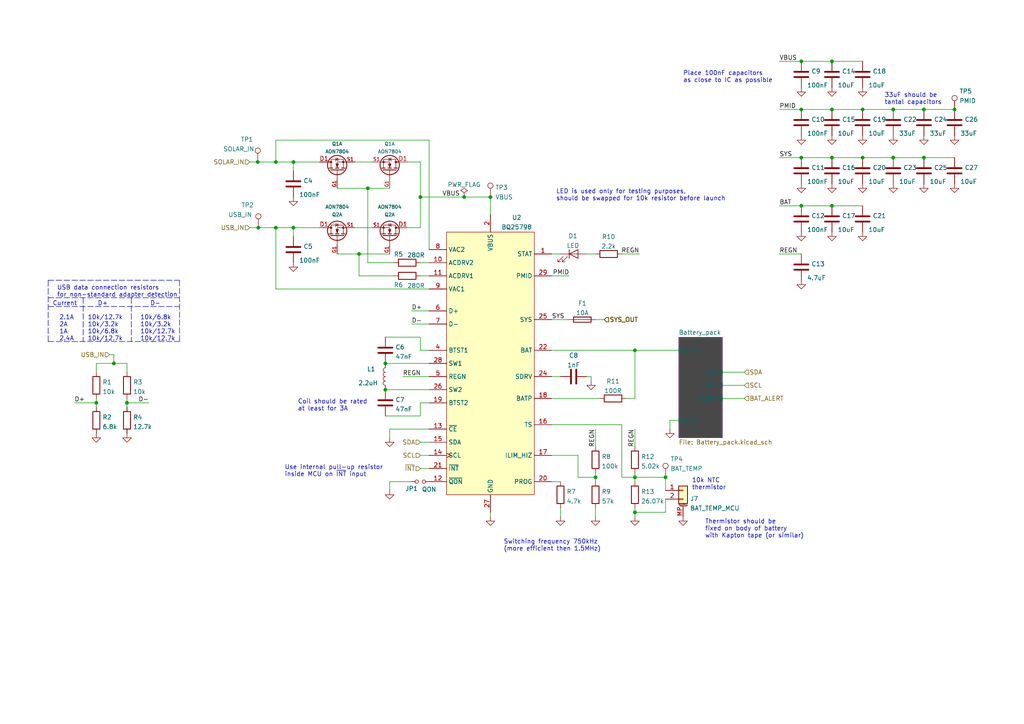
<source format=kicad_sch>
(kicad_sch (version 20210621) (generator eeschema)
  (paper "A4")
  (title_block (title "BUTCube - EPS") (date "2021-06-01") (rev "v1.0") (company "VUT - FIT(STRaDe) & FME(IAE & IPE)") (comment 1 "Author: Petr Malaník"))
  (lib_symbols
    (symbol "Connector:TestPoint" (pin_numbers hide) (pin_names (offset 0.762) hide)
      (property "Reference" "TP" (at 0 6.858 0))
      (property "Value" "TestPoint" (at 0 5.08 0))
      (symbol "TestPoint_0_1"
        (circle (center 0 3.302) (radius 0.762))
      )
      (symbol "TestPoint_1_1"
        (pin passive line (at 0 0 90) (length 2.54) (name "1") (number "1"))
      )
    )
    (symbol "Connector_Generic_MountingPin:Conn_01x02_MountingPin" (pin_names (offset 1.016) hide)
      (property "Reference" "J" (at 0 2.54 0))
      (property "Value" "Conn_01x02_MountingPin" (at 1.27 -5.08 0))
      (symbol "Conn_01x02_MountingPin_1_1"
        (text "Mounting" (at 0 -4.191 0) (effects (font (size 0.381 0.381))))
        (rectangle (start -1.27 -2.413) (end 0 -2.667) (stroke (width 0.1524)))
        (rectangle (start -1.27 0.127) (end 0 -0.127) (stroke (width 0.1524)))
        (rectangle (start -1.27 1.27) (end 1.27 -3.81) (stroke (width 0.254)) (fill (type background)))
        (polyline (pts (xy -1.016 -4.572) (xy 1.016 -4.572)) (stroke (width 0.1524)))
        (pin passive line (at -5.08 0 0) (length 3.81) (name "Pin_1") (number "1"))
        (pin passive line (at -5.08 -2.54 0) (length 3.81) (name "Pin_2") (number "2"))
        (pin passive line (at 0 -7.62 90) (length 3.048) (name "MountPin") (number "MP"))
      )
    )
    (symbol "Device:C" (pin_numbers hide) (pin_names (offset 0.254))
      (property "Reference" "C" (at 0.635 2.54 0))
      (property "Value" "C" (at 0.635 -2.54 0))
      (symbol "C_0_1"
        (polyline (pts (xy -2.032 -0.762) (xy 2.032 -0.762)) (stroke (width 0.508)))
        (polyline (pts (xy -2.032 0.762) (xy 2.032 0.762)) (stroke (width 0.508)))
      )
      (symbol "C_1_1"
        (pin passive line (at 0 3.81 270) (length 2.794) (name "~") (number "1"))
        (pin passive line (at 0 -3.81 90) (length 2.794) (name "~") (number "2"))
      )
    )
    (symbol "Device:Fuse" (pin_numbers hide) (pin_names (offset 0))
      (property "Reference" "F" (at 2.032 0 90))
      (property "Value" "Fuse" (at -1.905 0 90))
      (symbol "Fuse_0_1"
        (rectangle (start -0.762 -2.54) (end 0.762 2.54) (stroke (width 0.254)))
        (polyline (pts (xy 0 2.54) (xy 0 -2.54)))
      )
      (symbol "Fuse_1_1"
        (pin passive line (at 0 3.81 270) (length 1.27) (name "~") (number "1"))
        (pin passive line (at 0 -3.81 90) (length 1.27) (name "~") (number "2"))
      )
    )
    (symbol "Device:Jumper_NO_Small" (pin_numbers hide) (pin_names (offset 0.762) hide)
      (property "Reference" "JP" (at 0 2.032 0))
      (property "Value" "Jumper_NO_Small" (at 0.254 -1.524 0))
      (symbol "Jumper_NO_Small_0_1"
        (circle (center -1.016 0) (radius 0.508))
        (circle (center 1.016 0) (radius 0.508))
        (pin passive line (at -2.54 0 0) (length 1.016) (name "1") (number "1"))
        (pin passive line (at 2.54 0 180) (length 1.016) (name "2") (number "2"))
      )
    )
    (symbol "Device:L" (pin_numbers hide) (pin_names (offset 1.016) hide)
      (property "Reference" "L" (at -1.27 0 90))
      (property "Value" "L" (at 1.905 0 90))
      (symbol "L_0_1"
        (arc (start 0 -2.54) (end 0 -1.27) (radius (at 0 -1.905) (length 0.635) (angles -89.9 89.9)))
        (arc (start 0 -1.27) (end 0 0) (radius (at 0 -0.635) (length 0.635) (angles -89.9 89.9)))
        (arc (start 0 0) (end 0 1.27) (radius (at 0 0.635) (length 0.635) (angles -89.9 89.9)))
        (arc (start 0 1.27) (end 0 2.54) (radius (at 0 1.905) (length 0.635) (angles -89.9 89.9)))
      )
      (symbol "L_1_1"
        (pin passive line (at 0 3.81 270) (length 1.27) (name "1") (number "1"))
        (pin passive line (at 0 -3.81 90) (length 1.27) (name "2") (number "2"))
      )
    )
    (symbol "Device:LED" (pin_numbers hide) (pin_names (offset 1.016) hide)
      (property "Reference" "D" (at 0 2.54 0))
      (property "Value" "LED" (at 0 -2.54 0))
      (symbol "LED_0_1"
        (polyline (pts (xy -1.27 -1.27) (xy -1.27 1.27)) (stroke (width 0.2032)))
        (polyline (pts (xy -1.27 0) (xy 1.27 0)))
        (polyline (pts (xy 1.27 -1.27) (xy 1.27 1.27) (xy -1.27 0) (xy 1.27 -1.27)) (stroke (width 0.2032)))
        (polyline (pts (xy -3.048 -0.762) (xy -4.572 -2.286) (xy -3.81 -2.286) (xy -4.572 -2.286) (xy -4.572 -1.524)))
        (polyline (pts (xy -1.778 -0.762) (xy -3.302 -2.286) (xy -2.54 -2.286) (xy -3.302 -2.286) (xy -3.302 -1.524)))
      )
      (symbol "LED_1_1"
        (pin passive line (at -3.81 0 0) (length 2.54) (name "K") (number "1"))
        (pin passive line (at 3.81 0 180) (length 2.54) (name "A") (number "2"))
      )
    )
    (symbol "Device:R" (pin_numbers hide) (pin_names (offset 0))
      (property "Reference" "R" (at 2.032 0 90))
      (property "Value" "R" (at 0 0 90))
      (symbol "R_0_1"
        (rectangle (start -1.016 -2.54) (end 1.016 2.54) (stroke (width 0.254)))
      )
      (symbol "R_1_1"
        (pin passive line (at 0 3.81 270) (length 1.27) (name "~") (number "1"))
        (pin passive line (at 0 -3.81 90) (length 1.27) (name "~") (number "2"))
      )
    )
    (symbol "TCY_battery_management:BQ25798"
      (property "Reference" "U" (at 0 6.35 0))
      (property "Value" "BQ25798" (at 0 10.16 0))
      (symbol "BQ25798_0_1"
        (rectangle (start -12.7 38.1) (end 12.7 -38.1) (stroke (width 0.1524)) (fill (type background)))
      )
      (symbol "BQ25798_1_1"
        (pin output line (at 17.78 31.75 180) (length 5.08) (name "STAT") (number "1"))
        (pin output line (at -17.78 29.21 0) (length 5.08) (name "ACDRV2") (number "10"))
        (pin output line (at -17.78 25.4 0) (length 5.08) (name "ACDRV1") (number "11"))
        (pin input line (at -17.78 -34.29 0) (length 5.08) (name "~{QON}") (number "12"))
        (pin input line (at -17.78 -19.05 0) (length 5.08) (name "~{CE}") (number "13"))
        (pin input clock (at -17.78 -26.67 0) (length 5.08) (name "SCL") (number "14"))
        (pin bidirectional line (at -17.78 -22.86 0) (length 5.08) (name "SDA") (number "15"))
        (pin input line (at 17.78 -17.78 180) (length 5.08) (name "TS") (number "16"))
        (pin input line (at 17.78 -26.67 180) (length 5.08) (name "ILIM_HIZ") (number "17"))
        (pin input line (at 17.78 -10.16 180) (length 5.08) (name "BATP") (number "18"))
        (pin passive line (at -17.78 -11.43 0) (length 5.08) (name "BTST2") (number "19"))
        (pin power_in line (at 0 43.18 270) (length 5.08) (name "VBUS") (number "2"))
        (pin input line (at 17.78 -34.29 180) (length 5.08) (name "PROG") (number "20"))
        (pin output line (at -17.78 -30.48 0) (length 5.08) (name "~{INT}") (number "21"))
        (pin power_in line (at 17.78 3.81 180) (length 5.08) (name "BAT") (number "22"))
        (pin power_in line (at 17.78 3.81 180) (length 5.08) hide (name "BAT") (number "23"))
        (pin output line (at 17.78 -3.81 180) (length 5.08) (name "SDRV") (number "24"))
        (pin power_out line (at 17.78 12.7 180) (length 5.08) (name "SYS") (number "25"))
        (pin passive line (at -17.78 -7.62 0) (length 5.08) (name "SW2") (number "26"))
        (pin passive line (at 0 -43.18 90) (length 5.08) (name "GND") (number "27"))
        (pin passive line (at -17.78 0 0) (length 5.08) (name "SW1") (number "28"))
        (pin power_out line (at 17.78 25.4 180) (length 5.08) (name "PMID") (number "29"))
        (pin power_in line (at 0 43.18 270) (length 5.08) hide (name "VBUS") (number "3"))
        (pin passive line (at -17.78 3.81 0) (length 5.08) (name "BTST1") (number "4"))
        (pin passive line (at -17.78 -3.81 0) (length 5.08) (name "REGN") (number "5"))
        (pin bidirectional line (at -17.78 15.24 0) (length 5.08) (name "D+") (number "6"))
        (pin bidirectional line (at -17.78 11.43 0) (length 5.08) (name "D-") (number "7"))
        (pin power_in line (at -17.78 33.02 0) (length 5.08) (name "VAC2") (number "8"))
        (pin power_in line (at -17.78 21.59 0) (length 5.08) (name "VAC1") (number "9"))
      )
    )
    (symbol "TCY_transistors:AON7804" (pin_names hide)
      (property "Reference" "Q" (at 7.62 1.27 0))
      (property "Value" "AON7804" (at 7.62 -1.27 0))
      (symbol "AON7804_0_1"
        (circle (center 1.651 0) (radius 2.794) (stroke (width 0.254)))
        (circle (center 2.54 -1.778) (radius 0.254) (fill (type outline)))
        (circle (center 2.54 1.778) (radius 0.254) (fill (type outline)))
        (polyline (pts (xy 0.254 0) (xy -2.54 0)))
        (polyline (pts (xy 0.254 1.905) (xy 0.254 -1.905)) (stroke (width 0.254)))
        (polyline (pts (xy 0.762 -1.27) (xy 0.762 -2.286)) (stroke (width 0.254)))
        (polyline (pts (xy 0.762 0.508) (xy 0.762 -0.508)) (stroke (width 0.254)))
        (polyline (pts (xy 0.762 2.286) (xy 0.762 1.27)) (stroke (width 0.254)))
        (polyline (pts (xy 2.54 2.54) (xy 2.54 1.778)))
        (polyline (pts (xy 2.54 2.54) (xy 2.54 1.778)))
        (polyline (pts (xy 2.54 -2.54) (xy 2.54 0) (xy 0.762 0)))
        (polyline (pts (xy 0.762 -1.778) (xy 3.302 -1.778) (xy 3.302 1.778) (xy 0.762 1.778)))
        (polyline (pts (xy 2.794 0.508) (xy 2.921 0.381) (xy 3.683 0.381) (xy 3.81 0.254)))
        (polyline (pts (xy 3.302 0.381) (xy 2.921 -0.254) (xy 3.683 -0.254) (xy 3.302 0.381)))
        (polyline (pts (xy 1.016 0) (xy 2.032 0.381) (xy 2.032 -0.381) (xy 1.016 0)) (fill (type outline)))
      )
      (symbol "AON7804_1_1"
        (pin passive line (at 2.54 5.08 270) (length 2.54) (name "D2") (number "D1"))
        (pin passive line (at 2.54 5.08 270) (length 2.54) hide (name "D2") (number "D1"))
        (pin passive line (at -5.08 0 0) (length 2.54) (name "G1") (number "G1"))
        (pin passive line (at 2.54 -5.08 90) (length 2.54) (name "S") (number "S1"))
      )
      (symbol "AON7804_2_1"
        (pin passive line (at 2.54 5.08 270) (length 2.54) (name "D2") (number "D2"))
        (pin passive line (at 2.54 5.08 270) (length 2.54) hide (name "D2") (number "D2"))
        (pin passive line (at -5.08 0 0) (length 2.54) (name "G2") (number "G2"))
        (pin passive line (at 2.54 -5.08 90) (length 2.54) (name "S2") (number "S2"))
      )
    )
    (symbol "power:GND" (power) (pin_names (offset 0))
      (property "Value" "GND" (at 0 -3.81 0))
      (symbol "GND_0_1"
        (polyline (pts (xy 0 0) (xy 0 -1.27) (xy 1.27 -1.27) (xy 0 -2.54) (xy -1.27 -1.27) (xy 0 -1.27)))
      )
      (symbol "GND_1_1"
        (pin power_in line (at 0 0 270) (length 0) hide (name "GND") (number "1"))
      )
    )
    (symbol "power:PWR_FLAG" (power) (pin_numbers hide) (pin_names (offset 0) hide)
      (property "Value" "PWR_FLAG" (at 0 3.81 0))
      (symbol "PWR_FLAG_0_0"
        (pin power_out line (at 0 0 90) (length 0) (name "pwr") (number "1"))
      )
      (symbol "PWR_FLAG_0_1"
        (polyline (pts (xy 0 0) (xy 0 1.27) (xy -1.016 1.905) (xy 0 2.54) (xy 1.016 1.905) (xy 0 1.27)))
      )
    )
  )
  (junction (at 27.94 116.84) (diameter 0.9144))
  (junction (at 33.02 105.41) (diameter 0.9144))
  (junction (at 36.83 116.84) (diameter 0.9144))
  (junction (at 74.7583 46.99) (diameter 0.9144))
  (junction (at 74.93 66.04) (diameter 0.9144))
  (junction (at 80.01 46.99) (diameter 0.9144))
  (junction (at 80.01 66.04) (diameter 0.9144))
  (junction (at 85.09 46.99) (diameter 0.9144))
  (junction (at 85.09 66.04) (diameter 0.9144))
  (junction (at 104.14 73.66) (diameter 0.9144))
  (junction (at 106.68 54.61) (diameter 0.9144))
  (junction (at 111.76 105.41) (diameter 0.9144))
  (junction (at 111.76 113.03) (diameter 0.9144))
  (junction (at 121.92 57.15) (diameter 0.9144))
  (junction (at 134.62 57.15) (diameter 0.9144))
  (junction (at 142.24 57.15) (diameter 0.9144))
  (junction (at 172.72 138.43) (diameter 0.9144))
  (junction (at 184.15 101.6) (diameter 0.9144))
  (junction (at 184.15 138.43) (diameter 0.9144))
  (junction (at 184.15 148.59) (diameter 0.9144))
  (junction (at 193.04 138.43) (diameter 0.9144))
  (junction (at 232.41 17.78) (diameter 0.9144))
  (junction (at 232.41 31.75) (diameter 0.9144))
  (junction (at 232.41 45.72) (diameter 0.9144))
  (junction (at 232.41 59.69) (diameter 0.9144))
  (junction (at 241.3 17.78) (diameter 0.9144))
  (junction (at 241.3 31.75) (diameter 0.9144))
  (junction (at 241.3 45.72) (diameter 0.9144))
  (junction (at 241.3 59.69) (diameter 0.9144))
  (junction (at 250.19 31.75) (diameter 0.9144))
  (junction (at 250.19 45.72) (diameter 0.9144))
  (junction (at 259.08 31.75) (diameter 0.9144))
  (junction (at 259.08 45.72) (diameter 0.9144))
  (junction (at 267.97 31.75) (diameter 0.9144))
  (junction (at 267.97 45.72) (diameter 0.9144))
  (junction (at 276.86 31.75) (diameter 0.9144))
  (wire (pts (xy 21.59 116.84) (xy 27.94 116.84)))
  (wire (pts (xy 27.94 105.41) (xy 27.94 107.95)))
  (wire (pts (xy 27.94 115.57) (xy 27.94 116.84)))
  (wire (pts (xy 27.94 116.84) (xy 27.94 118.11)))
  (wire (pts (xy 31.75 102.87) (xy 33.02 102.87)))
  (wire (pts (xy 33.02 102.87) (xy 33.02 105.41)))
  (wire (pts (xy 33.02 105.41) (xy 27.94 105.41)))
  (wire (pts (xy 33.02 105.41) (xy 36.83 105.41)))
  (wire (pts (xy 36.83 105.41) (xy 36.83 107.95)))
  (wire (pts (xy 36.83 115.57) (xy 36.83 116.84)))
  (wire (pts (xy 36.83 116.84) (xy 36.83 118.11)))
  (wire (pts (xy 36.83 116.84) (xy 43.18 116.84)))
  (wire (pts (xy 72.39 46.99) (xy 74.7583 46.99)))
  (wire (pts (xy 72.39 66.04) (xy 74.93 66.04)))
  (wire (pts (xy 74.7583 46.99) (xy 80.01 46.99)))
  (wire (pts (xy 74.93 66.04) (xy 80.01 66.04)))
  (wire (pts (xy 80.01 40.64) (xy 80.01 46.99)))
  (wire (pts (xy 80.01 40.64) (xy 124.46 40.64)))
  (wire (pts (xy 80.01 46.99) (xy 85.09 46.99)))
  (wire (pts (xy 80.01 66.04) (xy 80.01 83.82)))
  (wire (pts (xy 80.01 66.04) (xy 85.09 66.04)))
  (wire (pts (xy 85.09 46.99) (xy 85.09 49.53)))
  (wire (pts (xy 85.09 46.99) (xy 92.71 46.99)))
  (wire (pts (xy 85.09 66.04) (xy 85.09 68.58)))
  (wire (pts (xy 85.09 66.04) (xy 92.71 66.04)))
  (wire (pts (xy 97.79 54.61) (xy 106.68 54.61)))
  (wire (pts (xy 97.79 73.66) (xy 104.14 73.66)))
  (wire (pts (xy 102.87 46.99) (xy 107.95 46.99)))
  (wire (pts (xy 102.87 66.04) (xy 107.95 66.04)))
  (wire (pts (xy 104.14 73.66) (xy 104.14 80.01)))
  (wire (pts (xy 104.14 73.66) (xy 113.03 73.66)))
  (wire (pts (xy 104.14 80.01) (xy 114.3 80.01)))
  (wire (pts (xy 106.68 54.61) (xy 106.68 76.2)))
  (wire (pts (xy 106.68 54.61) (xy 113.03 54.61)))
  (wire (pts (xy 106.68 76.2) (xy 114.3 76.2)))
  (wire (pts (xy 111.76 97.79) (xy 121.92 97.79)))
  (wire (pts (xy 111.76 105.41) (xy 124.46 105.41)))
  (wire (pts (xy 111.76 113.03) (xy 124.46 113.03)))
  (wire (pts (xy 111.76 120.65) (xy 121.92 120.65)))
  (wire (pts (xy 113.03 124.46) (xy 113.03 127)))
  (wire (pts (xy 113.03 139.7) (xy 113.03 142.24)))
  (wire (pts (xy 116.84 109.22) (xy 124.46 109.22)))
  (wire (pts (xy 118.11 46.99) (xy 121.92 46.99)))
  (wire (pts (xy 118.11 66.04) (xy 121.92 66.04)))
  (wire (pts (xy 119.38 90.17) (xy 124.46 90.17)))
  (wire (pts (xy 119.38 93.98) (xy 124.46 93.98)))
  (wire (pts (xy 119.38 139.7) (xy 113.03 139.7)))
  (wire (pts (xy 121.92 46.99) (xy 121.92 57.15)))
  (wire (pts (xy 121.92 57.15) (xy 134.62 57.15)))
  (wire (pts (xy 121.92 66.04) (xy 121.92 57.15)))
  (wire (pts (xy 121.92 76.2) (xy 124.46 76.2)))
  (wire (pts (xy 121.92 80.01) (xy 124.46 80.01)))
  (wire (pts (xy 121.92 101.6) (xy 121.92 97.79)))
  (wire (pts (xy 121.92 116.84) (xy 121.92 120.65)))
  (wire (pts (xy 121.92 128.27) (xy 124.46 128.27)))
  (wire (pts (xy 121.92 132.08) (xy 124.46 132.08)))
  (wire (pts (xy 121.92 135.89) (xy 124.46 135.89)))
  (wire (pts (xy 124.46 40.64) (xy 124.46 72.39)))
  (wire (pts (xy 124.46 83.82) (xy 80.01 83.82)))
  (wire (pts (xy 124.46 101.6) (xy 121.92 101.6)))
  (wire (pts (xy 124.46 116.84) (xy 121.92 116.84)))
  (wire (pts (xy 124.46 124.46) (xy 113.03 124.46)))
  (wire (pts (xy 134.62 57.15) (xy 142.24 57.15)))
  (wire (pts (xy 142.24 57.15) (xy 142.24 62.23)))
  (wire (pts (xy 142.24 148.59) (xy 142.24 149.86)))
  (wire (pts (xy 160.02 73.66) (xy 162.56 73.66)))
  (wire (pts (xy 160.02 80.01) (xy 165.1 80.01)))
  (wire (pts (xy 160.02 92.71) (xy 165.1 92.71)))
  (wire (pts (xy 160.02 101.6) (xy 184.15 101.6)))
  (wire (pts (xy 160.02 109.22) (xy 162.56 109.22)))
  (wire (pts (xy 160.02 115.57) (xy 173.99 115.57)))
  (wire (pts (xy 160.02 123.19) (xy 180.34 123.19)))
  (wire (pts (xy 160.02 139.7) (xy 162.56 139.7)))
  (wire (pts (xy 162.56 147.32) (xy 162.56 149.86)))
  (wire (pts (xy 167.64 132.08) (xy 160.02 132.08)))
  (wire (pts (xy 167.64 138.43) (xy 167.64 132.08)))
  (wire (pts (xy 167.64 138.43) (xy 172.72 138.43)))
  (wire (pts (xy 170.18 73.66) (xy 172.72 73.66)))
  (wire (pts (xy 170.18 109.22) (xy 171.45 109.22)))
  (wire (pts (xy 171.45 109.22) (xy 171.45 110.49)))
  (wire (pts (xy 172.72 92.71) (xy 175.26 92.71)))
  (wire (pts (xy 172.72 124.46) (xy 172.72 129.54)))
  (wire (pts (xy 172.72 137.16) (xy 172.72 138.43)))
  (wire (pts (xy 172.72 138.43) (xy 172.72 139.7)))
  (wire (pts (xy 172.72 147.32) (xy 172.72 149.86)))
  (wire (pts (xy 180.34 73.66) (xy 185.42 73.66)))
  (wire (pts (xy 180.34 138.43) (xy 180.34 123.19)))
  (wire (pts (xy 181.61 115.57) (xy 184.15 115.57)))
  (wire (pts (xy 184.15 101.6) (xy 196.85 101.6)))
  (wire (pts (xy 184.15 115.57) (xy 184.15 101.6)))
  (wire (pts (xy 184.15 124.46) (xy 184.15 129.54)))
  (wire (pts (xy 184.15 137.16) (xy 184.15 138.43)))
  (wire (pts (xy 184.15 138.43) (xy 180.34 138.43)))
  (wire (pts (xy 184.15 138.43) (xy 184.15 139.7)))
  (wire (pts (xy 184.15 138.43) (xy 193.04 138.43)))
  (wire (pts (xy 184.15 147.32) (xy 184.15 148.59)))
  (wire (pts (xy 184.15 148.59) (xy 184.15 149.86)))
  (wire (pts (xy 184.15 148.59) (xy 193.04 148.59)))
  (wire (pts (xy 193.04 142.24) (xy 193.04 138.43)))
  (wire (pts (xy 193.04 144.78) (xy 193.04 148.59)))
  (wire (pts (xy 194.31 121.92) (xy 194.31 124.46)))
  (wire (pts (xy 196.85 121.92) (xy 194.31 121.92)))
  (wire (pts (xy 209.55 107.95) (xy 215.9 107.95)))
  (wire (pts (xy 209.55 111.76) (xy 215.9 111.76)))
  (wire (pts (xy 209.55 115.57) (xy 215.9 115.57)))
  (wire (pts (xy 226.06 17.78) (xy 232.41 17.78)))
  (wire (pts (xy 226.06 31.75) (xy 232.41 31.75)))
  (wire (pts (xy 226.06 45.72) (xy 232.41 45.72)))
  (wire (pts (xy 226.06 59.69) (xy 232.41 59.69)))
  (wire (pts (xy 226.06 73.66) (xy 232.41 73.66)))
  (wire (pts (xy 232.41 17.78) (xy 241.3 17.78)))
  (wire (pts (xy 232.41 31.75) (xy 241.3 31.75)))
  (wire (pts (xy 232.41 45.72) (xy 241.3 45.72)))
  (wire (pts (xy 232.41 59.69) (xy 241.3 59.69)))
  (wire (pts (xy 241.3 17.78) (xy 250.19 17.78)))
  (wire (pts (xy 241.3 31.75) (xy 250.19 31.75)))
  (wire (pts (xy 241.3 45.72) (xy 250.19 45.72)))
  (wire (pts (xy 241.3 59.69) (xy 250.19 59.69)))
  (wire (pts (xy 250.19 31.75) (xy 259.08 31.75)))
  (wire (pts (xy 250.19 45.72) (xy 259.08 45.72)))
  (wire (pts (xy 259.08 31.75) (xy 267.97 31.75)))
  (wire (pts (xy 259.08 45.72) (xy 267.97 45.72)))
  (wire (pts (xy 267.97 31.75) (xy 276.86 31.75)))
  (wire (pts (xy 267.97 45.72) (xy 276.86 45.72)))
  (polyline (pts (xy 13.97 81.28) (xy 52.07 81.28)) (stroke (width 0) (type dash)))
  (polyline (pts (xy 13.97 86.36) (xy 52.07 86.36)) (stroke (width 0) (type dash)))
  (polyline (pts (xy 13.97 88.9) (xy 52.07 88.9)) (stroke (width 0) (type dash)))
  (polyline (pts (xy 13.97 99.06) (xy 13.97 81.28)) (stroke (width 0) (type dash)))
  (polyline (pts (xy 13.97 99.06) (xy 52.07 99.06)) (stroke (width 0) (type dash)))
  (polyline (pts (xy 24.13 86.36) (xy 24.13 99.06)) (stroke (width 0) (type dash)))
  (polyline (pts (xy 38.1 86.36) (xy 38.1 99.06)) (stroke (width 0) (type dash)))
  (polyline (pts (xy 52.07 81.28) (xy 52.07 99.06)) (stroke (width 0) (type dash)))
  (text "Current\n\n  2.1A\n  2A\n  1A\n  2.4A" (at 15.24 99.06 0) (effects (font (size 1.27 1.27)) (justify left bottom)))
  (text "USB data connection resistors\nfor non-standard adapter detection" (at 16.51 86.36 0) (effects (font (size 1.27 1.27)) (justify left bottom)))
  (text "   D+\n\n10k/12.7k\n10k/3.2k\n10k/6.8k\n10k/12.7k" (at 25.4 99.06 0) (effects (font (size 1.27 1.27)) (justify left bottom)))
  (text "   D-\n\n10k/6.8k\n10k/3.2k\n10k/12.7k\n10k/12.7k" (at 40.64 99.06 0) (effects (font (size 1.27 1.27)) (justify left bottom)))
  (text "Use internal pull-up resistor\ninside MCU on ~{INT} input" (at 82.55 138.43 0) (effects (font (size 1.27 1.27)) (justify left bottom)))
  (text "Coil should be rated\nat least for 3A" (at 86.36 119.38 0) (effects (font (size 1.27 1.27)) (justify left bottom)))
  (text "Switching frequency 750kHz\n(more efficient then 1.5MHz)" (at 146.05 160.02 0) (effects (font (size 1.27 1.27)) (justify left bottom)))
  (text "LED is used only for testing purposes,\nshould be swapped for 10k resistor before launch" (at 161.29 58.42 0) (effects (font (size 1.27 1.27)) (justify left bottom)))
  (text "Place 100nF capacitors\nas close to IC as possible" (at 198.12 24.13 0) (effects (font (size 1.27 1.27)) (justify left bottom)))
  (text "10k NTC\nthermistor" (at 200.66 142.24 0) (effects (font (size 1.27 1.27)) (justify left bottom)))
  (text "Thermistor should be\nfixed on body of battery\nwith Kapton tape (or similar)" (at 204.47 156.21 0) (effects (font (size 1.27 1.27)) (justify left bottom)))
  (text "33uF should be\ntantal capacitors" (at 256.54 30.48 0) (effects (font (size 1.27 1.27)) (justify left bottom)))
  (label "D+" (at 21.59 116.84 0))
  (label "D-" (at 43.18 116.84 180))
  (label "REGN" (at 116.84 109.22 0))
  (label "D+" (at 119.38 90.17 0))
  (label "D-" (at 119.38 93.98 0))
  (label "VBUS" (at 128.27 57.15 0))
  (label "SYS" (at 160.02 92.71 0))
  (label "PMID" (at 165.1 80.01 180))
  (label "REGN" (at 172.72 124.46 270))
  (label "REGN" (at 184.15 124.46 270))
  (label "REGN" (at 185.42 73.66 180))
  (label "VBUS" (at 226.06 17.78 0))
  (label "PMID" (at 226.06 31.75 0))
  (label "SYS" (at 226.06 45.72 0))
  (label "BAT" (at 226.06 59.69 0))
  (label "REGN" (at 226.06 73.66 0))
  (hierarchical_label "USB_IN" (shape input) (at 31.75 102.87 180))
  (hierarchical_label "SOLAR_IN" (shape input) (at 72.39 46.99 180))
  (hierarchical_label "USB_IN" (shape input) (at 72.39 66.04 180))
  (hierarchical_label "SDA" (shape input) (at 121.92 128.27 180))
  (hierarchical_label "SCL" (shape input) (at 121.92 132.08 180))
  (hierarchical_label "~{INT}" (shape input) (at 121.92 135.89 180))
  (hierarchical_label "SYS_OUT" (shape input) (at 175.26 92.71 0) (effects (font (thickness 0.254))))
  (hierarchical_label "SDA" (shape input) (at 215.9 107.95 0))
  (hierarchical_label "SCL" (shape input) (at 215.9 111.76 0))
  (hierarchical_label "BAT_ALERT" (shape input) (at 215.9 115.57 0))
  (symbol (lib_id "power:PWR_FLAG") (at 134.62 57.15 0)
    (property "Reference" "#FLG0103" (effects hide))
    (property "Value" "PWR_FLAG" (at 134.62 53.5454 0))
  )
  (symbol (lib_id "Device:Jumper_NO_Small") (at 121.92 139.7 0)
    (property "Reference" "JP1" (at 119.38 141.7024 0))
    (property "Value" "QON" (at 124.46 141.9375 0))
    (property "Footprint" "Jumper:SolderJumper-2_P1.3mm_Open_RoundedPad1.0x1.5mm" (effects hide))
  )
  (symbol (lib_id "Connector:TestPoint") (at 74.7583 46.99 0)
    (property "Reference" "TP1" (at 69.8054 40.43 0) (effects (justify left)))
    (property "Value" "SOLAR_IN" (at 64.7254 43.2051 0) (effects (justify left)))
    (property "Footprint" "TCY_connectors:TestPoint_Pad_D0.5mm" (effects hide))
  )
  (symbol (lib_id "Connector:TestPoint") (at 74.93 66.04 0)
    (property "Reference" "TP2" (at 69.9771 59.48 0) (effects (justify left)))
    (property "Value" "USB_IN" (at 66.1671 62.2551 0) (effects (justify left)))
    (property "Footprint" "TCY_connectors:TestPoint_Pad_D0.5mm" (effects hide))
  )
  (symbol (lib_id "Connector:TestPoint") (at 142.24 57.15 0)
    (property "Reference" "TP3" (at 143.6371 54.4 0) (effects (justify left)))
    (property "Value" "VBUS" (at 143.6371 57.1751 0) (effects (justify left)))
    (property "Footprint" "TCY_connectors:TestPoint_Pad_D0.5mm" (effects hide))
  )
  (symbol (lib_id "Connector:TestPoint") (at 193.04 138.43 0)
    (property "Reference" "TP4" (at 194.4371 133.14 0) (effects (justify left)))
    (property "Value" "BAT_TEMP" (at 194.4371 135.9151 0) (effects (justify left)))
    (property "Footprint" "TCY_connectors:TestPoint_Pad_D0.5mm" (effects hide))
  )
  (symbol (lib_id "Connector:TestPoint") (at 276.86 31.75 0)
    (property "Reference" "TP5" (at 278.2571 26.46 0) (effects (justify left)))
    (property "Value" "PMID" (at 278.2571 29.2351 0) (effects (justify left)))
    (property "Footprint" "TCY_connectors:TestPoint_Pad_D0.5mm" (effects hide))
  )
  (symbol (lib_id "power:GND") (at 27.94 125.73 0)
    (property "Reference" "#PWR021" (effects hide))
    (property "Value" "GND" (effects hide))
  )
  (symbol (lib_id "power:GND") (at 36.83 125.73 0)
    (property "Reference" "#PWR022" (effects hide))
    (property "Value" "GND" (effects hide))
  )
  (symbol (lib_id "power:GND") (at 85.09 57.15 0)
    (property "Reference" "#PWR023" (effects hide))
    (property "Value" "GND" (effects hide))
  )
  (symbol (lib_id "power:GND") (at 85.09 76.2 0)
    (property "Reference" "#PWR024" (effects hide))
    (property "Value" "GND" (effects hide))
  )
  (symbol (lib_id "power:GND") (at 113.03 127 0)
    (property "Reference" "#PWR025" (effects hide))
    (property "Value" "GND" (effects hide))
  )
  (symbol (lib_id "power:GND") (at 113.03 142.24 0)
    (property "Reference" "#PWR026" (effects hide))
    (property "Value" "GND" (effects hide))
  )
  (symbol (lib_id "power:GND") (at 142.24 149.86 0)
    (property "Reference" "#PWR027" (effects hide))
    (property "Value" "GND" (effects hide))
  )
  (symbol (lib_id "power:GND") (at 162.56 149.86 0)
    (property "Reference" "#PWR028" (effects hide))
    (property "Value" "GND" (effects hide))
  )
  (symbol (lib_id "power:GND") (at 171.45 110.49 0)
    (property "Reference" "#PWR029" (effects hide))
    (property "Value" "GND" (effects hide))
  )
  (symbol (lib_id "power:GND") (at 172.72 149.86 0)
    (property "Reference" "#PWR030" (effects hide))
    (property "Value" "GND" (effects hide))
  )
  (symbol (lib_id "power:GND") (at 184.15 149.86 0)
    (property "Reference" "#PWR031" (effects hide))
    (property "Value" "GND" (effects hide))
  )
  (symbol (lib_id "power:GND") (at 194.31 124.46 0)
    (property "Reference" "#PWR032" (effects hide))
    (property "Value" "GND" (effects hide))
  )
  (symbol (lib_id "power:GND") (at 198.12 149.86 0)
    (property "Reference" "#PWR033" (effects hide))
    (property "Value" "GND" (effects hide))
  )
  (symbol (lib_id "power:GND") (at 232.41 25.4 0)
    (property "Reference" "#PWR034" (effects hide))
    (property "Value" "GND" (effects hide))
  )
  (symbol (lib_id "power:GND") (at 232.41 39.37 0)
    (property "Reference" "#PWR035" (effects hide))
    (property "Value" "GND" (effects hide))
  )
  (symbol (lib_id "power:GND") (at 232.41 53.34 0)
    (property "Reference" "#PWR036" (effects hide))
    (property "Value" "GND" (effects hide))
  )
  (symbol (lib_id "power:GND") (at 232.41 67.31 0)
    (property "Reference" "#PWR037" (effects hide))
    (property "Value" "GND" (effects hide))
  )
  (symbol (lib_id "power:GND") (at 232.41 81.28 0)
    (property "Reference" "#PWR038" (effects hide))
    (property "Value" "GND" (effects hide))
  )
  (symbol (lib_id "power:GND") (at 241.3 25.4 0)
    (property "Reference" "#PWR039" (effects hide))
    (property "Value" "GND" (effects hide))
  )
  (symbol (lib_id "power:GND") (at 241.3 39.37 0)
    (property "Reference" "#PWR040" (effects hide))
    (property "Value" "GND" (effects hide))
  )
  (symbol (lib_id "power:GND") (at 241.3 53.34 0)
    (property "Reference" "#PWR041" (effects hide))
    (property "Value" "GND" (effects hide))
  )
  (symbol (lib_id "power:GND") (at 241.3 67.31 0)
    (property "Reference" "#PWR042" (effects hide))
    (property "Value" "GND" (effects hide))
  )
  (symbol (lib_id "power:GND") (at 250.19 25.4 0)
    (property "Reference" "#PWR043" (effects hide))
    (property "Value" "GND" (effects hide))
  )
  (symbol (lib_id "power:GND") (at 250.19 39.37 0)
    (property "Reference" "#PWR044" (effects hide))
    (property "Value" "GND" (effects hide))
  )
  (symbol (lib_id "power:GND") (at 250.19 53.34 0)
    (property "Reference" "#PWR045" (effects hide))
    (property "Value" "GND" (effects hide))
  )
  (symbol (lib_id "power:GND") (at 250.19 67.31 0)
    (property "Reference" "#PWR046" (effects hide))
    (property "Value" "GND" (effects hide))
  )
  (symbol (lib_id "power:GND") (at 259.08 39.37 0)
    (property "Reference" "#PWR047" (effects hide))
    (property "Value" "GND" (effects hide))
  )
  (symbol (lib_id "power:GND") (at 259.08 53.34 0)
    (property "Reference" "#PWR048" (effects hide))
    (property "Value" "GND" (effects hide))
  )
  (symbol (lib_id "power:GND") (at 267.97 39.37 0)
    (property "Reference" "#PWR049" (effects hide))
    (property "Value" "GND" (effects hide))
  )
  (symbol (lib_id "power:GND") (at 267.97 53.34 0)
    (property "Reference" "#PWR050" (effects hide))
    (property "Value" "GND" (effects hide))
  )
  (symbol (lib_id "power:GND") (at 276.86 39.37 0)
    (property "Reference" "#PWR051" (effects hide))
    (property "Value" "GND" (effects hide))
  )
  (symbol (lib_id "power:GND") (at 276.86 53.34 0)
    (property "Reference" "#PWR052" (effects hide))
    (property "Value" "GND" (effects hide))
  )
  (symbol (lib_id "Device:L") (at 111.76 109.22 180)
    (property "Reference" "L1" (at 106.4261 107.0415 0) (effects (justify right)))
    (property "Value" "2.2uH" (at 103.8861 111.0866 0) (effects (justify right)))
  )
  (symbol (lib_id "Device:Fuse") (at 168.91 92.71 90)
    (property "Reference" "F1" (at 168.91 87.9814 90))
    (property "Value" "10A" (at 168.91 90.7565 90))
  )
  (symbol (lib_id "Device:R") (at 27.94 111.76 0)
    (property "Reference" "R1" (at 29.7181 110.8515 0) (effects (justify left)))
    (property "Value" "10k" (at 29.7181 113.6266 0) (effects (justify left)))
  )
  (symbol (lib_id "Device:R") (at 27.94 121.92 0)
    (property "Reference" "R2" (at 29.7181 121.0115 0) (effects (justify left)))
    (property "Value" "6.8k" (at 29.7181 123.7866 0) (effects (justify left)))
  )
  (symbol (lib_id "Device:R") (at 36.83 111.76 0)
    (property "Reference" "R3" (at 38.6081 110.8515 0) (effects (justify left)))
    (property "Value" "10k" (at 38.6081 113.6266 0) (effects (justify left)))
  )
  (symbol (lib_id "Device:R") (at 36.83 121.92 0)
    (property "Reference" "R4" (at 38.6081 121.0115 0) (effects (justify left)))
    (property "Value" "12.7k" (at 38.6081 123.7866 0) (effects (justify left)))
  )
  (symbol (lib_id "Device:R") (at 118.11 76.2 90)
    (property "Reference" "R5" (at 115.57 73.7574 90))
    (property "Value" "280R" (at 120.65 73.9925 90))
  )
  (symbol (lib_id "Device:R") (at 118.11 80.01 90)
    (property "Reference" "R6" (at 115.57 82.6474 90))
    (property "Value" "280R" (at 120.65 82.8825 90))
  )
  (symbol (lib_id "Device:R") (at 162.56 143.51 0)
    (property "Reference" "R7" (at 164.3381 142.6015 0) (effects (justify left)))
    (property "Value" "4.7k" (at 164.3381 145.3766 0) (effects (justify left)))
  )
  (symbol (lib_id "Device:R") (at 172.72 133.35 0)
    (property "Reference" "R8" (at 174.4981 132.4415 0) (effects (justify left)))
    (property "Value" "100k" (at 174.4981 135.2166 0) (effects (justify left)))
  )
  (symbol (lib_id "Device:R") (at 172.72 143.51 0)
    (property "Reference" "R9" (at 174.4981 142.6015 0) (effects (justify left)))
    (property "Value" "57k" (at 174.4981 145.3766 0) (effects (justify left)))
  )
  (symbol (lib_id "Device:R") (at 176.53 73.66 90)
    (property "Reference" "R10" (at 176.53 68.6774 90))
    (property "Value" "2.2k" (at 176.53 71.4525 90))
  )
  (symbol (lib_id "Device:R") (at 177.8 115.57 90)
    (property "Reference" "R11" (at 177.8 110.5874 90))
    (property "Value" "100R" (at 177.8 113.3625 90))
  )
  (symbol (lib_id "Device:R") (at 184.15 133.35 0)
    (property "Reference" "R12" (at 185.9281 132.4415 0) (effects (justify left)))
    (property "Value" "5.02k" (at 185.9281 135.2166 0) (effects (justify left)))
  )
  (symbol (lib_id "Device:R") (at 184.15 143.51 0)
    (property "Reference" "R13" (at 185.9281 142.6015 0) (effects (justify left)))
    (property "Value" "26.07k" (at 185.9281 145.3766 0) (effects (justify left)))
  )
  (symbol (lib_id "Device:LED") (at 166.37 73.66 0)
    (property "Reference" "D1" (at 166.1795 68.4488 0))
    (property "Value" "LED" (at 166.1795 71.2239 0))
  )
  (symbol (lib_id "Device:C") (at 85.09 53.34 0)
    (property "Reference" "C4" (at 88.0111 52.4315 0) (effects (justify left)))
    (property "Value" "100nF" (at 86.7411 56.4766 0) (effects (justify left)))
  )
  (symbol (lib_id "Device:C") (at 85.09 72.39 0)
    (property "Reference" "C5" (at 88.0111 71.4815 0) (effects (justify left)))
    (property "Value" "100nF" (at 86.7411 75.5266 0) (effects (justify left)))
  )
  (symbol (lib_id "Device:C") (at 111.76 101.6 0)
    (property "Reference" "C6" (at 114.6811 100.6915 0) (effects (justify left)))
    (property "Value" "47nF" (at 114.6811 103.4666 0) (effects (justify left)))
  )
  (symbol (lib_id "Device:C") (at 111.76 116.84 0)
    (property "Reference" "C7" (at 114.6811 115.9315 0) (effects (justify left)))
    (property "Value" "47nF" (at 114.6811 118.7066 0) (effects (justify left)))
  )
  (symbol (lib_id "Device:C") (at 166.37 109.22 90)
    (property "Reference" "C8" (at 166.37 103.0944 90))
    (property "Value" "1nF" (at 166.37 105.8695 90))
  )
  (symbol (lib_id "Device:C") (at 232.41 21.59 0)
    (property "Reference" "C9" (at 235.3311 20.6815 0) (effects (justify left)))
    (property "Value" "100nF" (at 234.0611 24.7266 0) (effects (justify left)))
  )
  (symbol (lib_id "Device:C") (at 232.41 35.56 0)
    (property "Reference" "C10" (at 235.3311 34.6515 0) (effects (justify left)))
    (property "Value" "100nF" (at 234.0611 38.6966 0) (effects (justify left)))
  )
  (symbol (lib_id "Device:C") (at 232.41 49.53 0)
    (property "Reference" "C11" (at 235.3311 48.6215 0) (effects (justify left)))
    (property "Value" "100nF" (at 234.0611 52.6666 0) (effects (justify left)))
  )
  (symbol (lib_id "Device:C") (at 232.41 63.5 0)
    (property "Reference" "C12" (at 235.3311 62.5915 0) (effects (justify left)))
    (property "Value" "100nF" (at 234.0611 66.6366 0) (effects (justify left)))
  )
  (symbol (lib_id "Device:C") (at 232.41 77.47 0)
    (property "Reference" "C13" (at 235.3311 76.5615 0) (effects (justify left)))
    (property "Value" "4.7uF" (at 234.0611 80.6066 0) (effects (justify left)))
  )
  (symbol (lib_id "Device:C") (at 241.3 21.59 0)
    (property "Reference" "C14" (at 244.2211 20.6815 0) (effects (justify left)))
    (property "Value" "10uF" (at 242.9511 24.7266 0) (effects (justify left)))
  )
  (symbol (lib_id "Device:C") (at 241.3 35.56 0)
    (property "Reference" "C15" (at 244.2211 34.6515 0) (effects (justify left)))
    (property "Value" "10uF" (at 242.9511 38.6966 0) (effects (justify left)))
  )
  (symbol (lib_id "Device:C") (at 241.3 49.53 0)
    (property "Reference" "C16" (at 244.2211 48.6215 0) (effects (justify left)))
    (property "Value" "10uF" (at 242.9511 52.6666 0) (effects (justify left)))
  )
  (symbol (lib_id "Device:C") (at 241.3 63.5 0)
    (property "Reference" "C17" (at 244.2211 62.5915 0) (effects (justify left)))
    (property "Value" "10uF" (at 242.9511 66.6366 0) (effects (justify left)))
  )
  (symbol (lib_id "Device:C") (at 250.19 21.59 0)
    (property "Reference" "C18" (at 253.1111 20.6815 0) (effects (justify left)))
    (property "Value" "10uF" (at 251.8411 24.7266 0) (effects (justify left)))
  )
  (symbol (lib_id "Device:C") (at 250.19 35.56 0)
    (property "Reference" "C19" (at 253.1111 34.6515 0) (effects (justify left)))
    (property "Value" "10uF" (at 251.8411 38.6966 0) (effects (justify left)))
  )
  (symbol (lib_id "Device:C") (at 250.19 49.53 0)
    (property "Reference" "C20" (at 253.1111 48.6215 0) (effects (justify left)))
    (property "Value" "10uF" (at 251.8411 52.6666 0) (effects (justify left)))
  )
  (symbol (lib_id "Device:C") (at 250.19 63.5 0)
    (property "Reference" "C21" (at 253.1111 62.5915 0) (effects (justify left)))
    (property "Value" "10uF" (at 251.8411 66.6366 0) (effects (justify left)))
  )
  (symbol (lib_id "Device:C") (at 259.08 35.56 0)
    (property "Reference" "C22" (at 262.0011 34.6515 0) (effects (justify left)))
    (property "Value" "33uF" (at 260.7311 38.6966 0) (effects (justify left)))
  )
  (symbol (lib_id "Device:C") (at 259.08 49.53 0)
    (property "Reference" "C23" (at 262.0011 48.6215 0) (effects (justify left)))
    (property "Value" "10uF" (at 260.7311 52.6666 0) (effects (justify left)))
  )
  (symbol (lib_id "Device:C") (at 267.97 35.56 0)
    (property "Reference" "C24" (at 270.8911 34.6515 0) (effects (justify left)))
    (property "Value" "33uF" (at 269.6211 38.6966 0) (effects (justify left)))
  )
  (symbol (lib_id "Device:C") (at 267.97 49.53 0)
    (property "Reference" "C25" (at 270.8911 48.6215 0) (effects (justify left)))
    (property "Value" "10uF" (at 269.6211 52.6666 0) (effects (justify left)))
  )
  (symbol (lib_id "Device:C") (at 276.86 35.56 0)
    (property "Reference" "C26" (at 279.7811 34.6515 0) (effects (justify left)))
    (property "Value" "33uF" (at 278.5111 38.6966 0) (effects (justify left)))
  )
  (symbol (lib_id "Device:C") (at 276.86 49.53 0)
    (property "Reference" "C27" (at 279.7811 48.6215 0) (effects (justify left)))
    (property "Value" "10uF" (at 278.5111 52.6666 0) (effects (justify left)))
  )
  (symbol (lib_id "Connector_Generic_MountingPin:Conn_01x02_MountingPin") (at 198.12 142.24 0)
    (property "Reference" "J7" (at 200.1521 144.6335 0) (effects (justify left)))
    (property "Value" "BAT_TEMP_MCU" (at 200.1521 147.4086 0) (effects (justify left)))
  )
  (symbol (lib_id "TCY_transistors:AON7804") (at 97.79 49.53 90)
    (property "Reference" "Q1" (at 97.79 41.7188 90) (effects (font (size 1 1))))
    (property "Value" "AON7804" (at 97.79 43.9578 90) (effects (font (size 1 1))))
    (property "Footprint" "TCY_IC:DFN-8-2EP_3x3mm_P0.65mm_EP2.0x1.2mm" (effects hide))
    (property "Datasheet" "https://www.tme.eu/Document/fa3f2aaa37eaef20cf8bb0832a66190d/YJQ3400A.pdf" (effects hide))
  )
  (symbol (lib_id "TCY_transistors:AON7804") (at 97.79 68.58 90)
    (property "Reference" "Q2" (at 97.79 62.2534 90) (effects (font (size 1 1))))
    (property "Value" "AON7804" (at 97.79 60.0144 90) (effects (font (size 1 1))))
    (property "Footprint" "TCY_IC:DFN-8-2EP_3x3mm_P0.65mm_EP2.0x1.2mm" (effects hide))
    (property "Datasheet" "https://www.tme.eu/Document/fa3f2aaa37eaef20cf8bb0832a66190d/YJQ3400A.pdf" (effects hide))
  )
  (symbol (lib_id "TCY_transistors:AON7804") (at 113.03 49.53 270) (mirror x)
    (property "Reference" "Q1" (at 113.03 41.7188 90) (effects (font (size 1 1))))
    (property "Value" "AON7804" (at 113.03 43.9578 90) (effects (font (size 1 1))))
    (property "Footprint" "TCY_IC:DFN-8-2EP_3x3mm_P0.65mm_EP2.0x1.2mm" (effects hide))
    (property "Datasheet" "https://www.tme.eu/Document/fa3f2aaa37eaef20cf8bb0832a66190d/YJQ3400A.pdf" (effects hide))
  )
  (symbol (lib_id "TCY_transistors:AON7804") (at 113.03 68.58 270) (mirror x)
    (property "Reference" "Q2" (at 113.03 62.2534 90) (effects (font (size 1 1))))
    (property "Value" "AON7804" (at 113.03 60.0144 90) (effects (font (size 1 1))))
    (property "Footprint" "TCY_IC:DFN-8-2EP_3x3mm_P0.65mm_EP2.0x1.2mm" (effects hide))
    (property "Datasheet" "https://www.tme.eu/Document/fa3f2aaa37eaef20cf8bb0832a66190d/YJQ3400A.pdf" (effects hide))
  )
  (symbol (lib_id "TCY_battery_management:BQ25798") (at 142.24 105.41 0)
    (property "Reference" "U2" (at 149.86 63.0894 0))
    (property "Value" "BQ25798" (at 149.86 65.8645 0))
    (property "Footprint" "TCY_IC:VQFN-HR_29(34)_4x4mm_P0.4mm" (effects hide))
    (property "Datasheet" "https://www.ti.com/lit/ds/symlink/bq25798.pdf?ts=1625073754336" (effects hide))
  )
  (sheet (at 196.85 97.79) (size 12.7 29.21) (stroke (width 0.001) (color 132 0 132 1)) (fill (color 72 72 72 1.0000))
    (property "Sheet name" "Battery_pack" (at 196.85 97.1543 0) (effects (justify left bottom)))
    (property "Sheet file" "Battery_pack.kicad_sch" (at 196.85 127.5087 0) (effects (justify left top)))
    (pin "SDA" input (at 209.55 107.95 0))
    (pin "SCL" input (at 209.55 111.76 0))
    (pin "ALERT" input (at 209.55 115.57 0))
    (pin "BAT+" input (at 196.85 101.6 180))
    (pin "BAT-" input (at 196.85 121.92 180))
  )
)
</source>
